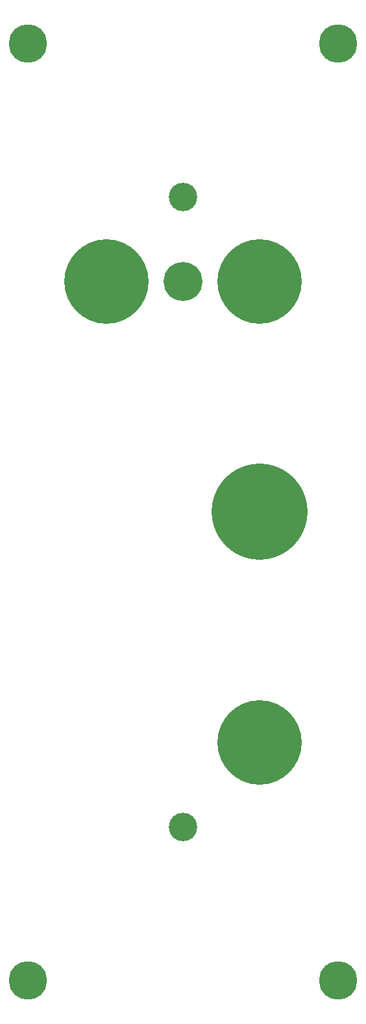
<source format=gbs>
G04 start of page 8 for group -4062 idx -4062 *
G04 Title: 26.001.00.01.01.pcb, soldermask *
G04 Creator: pcb 4.2.2 *
G04 CreationDate: Sat Feb 13 13:51:23 2021 UTC *
G04 For: bert *
G04 Format: Gerber/RS-274X *
G04 PCB-Dimensions (mil): 3937.01 5905.51 *
G04 PCB-Coordinate-Origin: lower left *
%MOIN*%
%FSLAX25Y25*%
%LNGBS*%
%ADD51C,0.4921*%
%ADD50C,0.4331*%
%ADD49C,0.2000*%
%ADD48C,0.4134*%
%ADD47C,0.2559*%
%ADD46C,0.4331*%
%ADD45C,0.1457*%
%ADD44C,0.1968*%
G54D44*X218504Y539370D03*
X59055D03*
G54D45*X138780Y460630D03*
G54D44*X218504Y59055D03*
X59055D03*
G54D46*X178150Y181102D03*
G54D45*X138780Y137795D03*
G54D47*X99409Y417323D03*
X178150D03*
G54D48*Y299213D03*
G54D49*X138780Y417323D03*
G54D50*X99409D03*
X178150D03*
G54D51*X178149Y299213D02*X178151D01*
M02*

</source>
